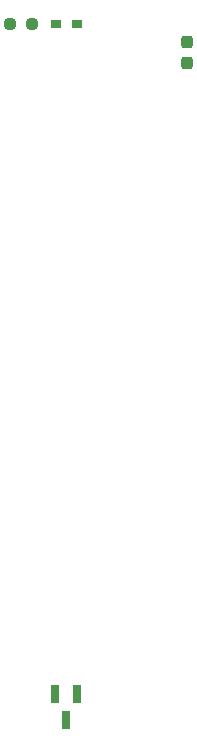
<source format=gbr>
G04 #@! TF.GenerationSoftware,KiCad,Pcbnew,8.0.4+dfsg-1*
G04 #@! TF.CreationDate,2024-12-10T10:55:25+09:00*
G04 #@! TF.ProjectId,bionic-nsc800,62696f6e-6963-42d6-9e73-633830302e6b,3*
G04 #@! TF.SameCoordinates,Original*
G04 #@! TF.FileFunction,Paste,Top*
G04 #@! TF.FilePolarity,Positive*
%FSLAX46Y46*%
G04 Gerber Fmt 4.6, Leading zero omitted, Abs format (unit mm)*
G04 Created by KiCad (PCBNEW 8.0.4+dfsg-1) date 2024-12-10 10:55:25*
%MOMM*%
%LPD*%
G01*
G04 APERTURE LIST*
G04 Aperture macros list*
%AMRoundRect*
0 Rectangle with rounded corners*
0 $1 Rounding radius*
0 $2 $3 $4 $5 $6 $7 $8 $9 X,Y pos of 4 corners*
0 Add a 4 corners polygon primitive as box body*
4,1,4,$2,$3,$4,$5,$6,$7,$8,$9,$2,$3,0*
0 Add four circle primitives for the rounded corners*
1,1,$1+$1,$2,$3*
1,1,$1+$1,$4,$5*
1,1,$1+$1,$6,$7*
1,1,$1+$1,$8,$9*
0 Add four rect primitives between the rounded corners*
20,1,$1+$1,$2,$3,$4,$5,0*
20,1,$1+$1,$4,$5,$6,$7,0*
20,1,$1+$1,$6,$7,$8,$9,0*
20,1,$1+$1,$8,$9,$2,$3,0*%
G04 Aperture macros list end*
%ADD10R,0.965200X0.762000*%
%ADD11R,0.660400X1.625600*%
%ADD12RoundRect,0.237500X0.250000X0.237500X-0.250000X0.237500X-0.250000X-0.237500X0.250000X-0.237500X0*%
%ADD13RoundRect,0.237500X0.237500X-0.300000X0.237500X0.300000X-0.237500X0.300000X-0.237500X-0.300000X0*%
G04 APERTURE END LIST*
D10*
X112823700Y-71778000D03*
X114576300Y-71778000D03*
D11*
X114650001Y-128574000D03*
X112749999Y-128574000D03*
X113700000Y-130706000D03*
D12*
X110802500Y-71778000D03*
X108977500Y-71778000D03*
D13*
X123910800Y-75078900D03*
X123910800Y-73353900D03*
M02*

</source>
